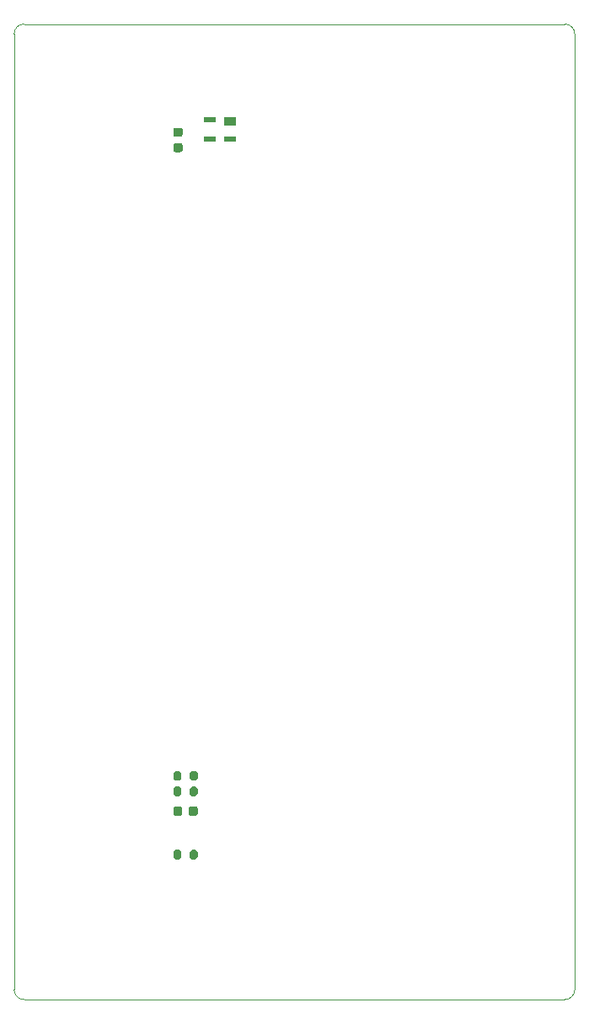
<source format=gbp>
%TF.GenerationSoftware,KiCad,Pcbnew,5.1.10-88a1d61d58~88~ubuntu20.04.1*%
%TF.CreationDate,2021-06-25T13:29:56-05:00*%
%TF.ProjectId,MiOrigin,4d694f72-6967-4696-9e2e-6b696361645f,rev?*%
%TF.SameCoordinates,Original*%
%TF.FileFunction,Paste,Bot*%
%TF.FilePolarity,Positive*%
%FSLAX46Y46*%
G04 Gerber Fmt 4.6, Leading zero omitted, Abs format (unit mm)*
G04 Created by KiCad (PCBNEW 5.1.10-88a1d61d58~88~ubuntu20.04.1) date 2021-06-25 13:29:56*
%MOMM*%
%LPD*%
G01*
G04 APERTURE LIST*
%TA.AperFunction,Profile*%
%ADD10C,0.010000*%
%TD*%
%ADD11R,1.310000X0.550000*%
%ADD12R,1.310000X0.940000*%
G04 APERTURE END LIST*
D10*
X125580000Y-143500000D02*
G75*
G02*
X124580000Y-142500000I0J1000000D01*
G01*
X180920000Y-142500000D02*
G75*
G02*
X179920000Y-143500000I-1000000J0D01*
G01*
X179920000Y-45500000D02*
G75*
G02*
X180920000Y-46500000I0J-1000000D01*
G01*
X124580000Y-46500000D02*
G75*
G02*
X125580000Y-45500000I1000000J0D01*
G01*
X124580000Y-142500000D02*
X124580000Y-46500000D01*
X180920000Y-142500000D02*
X180920000Y-46500000D01*
X179920000Y-143500000D02*
X125580000Y-143500000D01*
X125580000Y-45500000D02*
X179920000Y-45500000D01*
%TO.C,C1*%
G36*
G01*
X141300000Y-56825000D02*
X140800000Y-56825000D01*
G75*
G02*
X140575000Y-56600000I0J225000D01*
G01*
X140575000Y-56150000D01*
G75*
G02*
X140800000Y-55925000I225000J0D01*
G01*
X141300000Y-55925000D01*
G75*
G02*
X141525000Y-56150000I0J-225000D01*
G01*
X141525000Y-56600000D01*
G75*
G02*
X141300000Y-56825000I-225000J0D01*
G01*
G37*
G36*
G01*
X141300000Y-58375000D02*
X140800000Y-58375000D01*
G75*
G02*
X140575000Y-58150000I0J225000D01*
G01*
X140575000Y-57700000D01*
G75*
G02*
X140800000Y-57475000I225000J0D01*
G01*
X141300000Y-57475000D01*
G75*
G02*
X141525000Y-57700000I0J-225000D01*
G01*
X141525000Y-58150000D01*
G75*
G02*
X141300000Y-58375000I-225000J0D01*
G01*
G37*
%TD*%
D11*
%TO.C,D1*%
X144250000Y-57020000D03*
X146250000Y-57020000D03*
D12*
X146250000Y-55300000D03*
D11*
X144250000Y-55100000D03*
%TD*%
%TO.C,R6*%
G36*
G01*
X141385600Y-122317200D02*
X141385600Y-122867200D01*
G75*
G02*
X141185600Y-123067200I-200000J0D01*
G01*
X140785600Y-123067200D01*
G75*
G02*
X140585600Y-122867200I0J200000D01*
G01*
X140585600Y-122317200D01*
G75*
G02*
X140785600Y-122117200I200000J0D01*
G01*
X141185600Y-122117200D01*
G75*
G02*
X141385600Y-122317200I0J-200000D01*
G01*
G37*
G36*
G01*
X143035600Y-122317200D02*
X143035600Y-122867200D01*
G75*
G02*
X142835600Y-123067200I-200000J0D01*
G01*
X142435600Y-123067200D01*
G75*
G02*
X142235600Y-122867200I0J200000D01*
G01*
X142235600Y-122317200D01*
G75*
G02*
X142435600Y-122117200I200000J0D01*
G01*
X142835600Y-122117200D01*
G75*
G02*
X143035600Y-122317200I0J-200000D01*
G01*
G37*
%TD*%
%TO.C,R4*%
G36*
G01*
X141385600Y-120767800D02*
X141385600Y-121317800D01*
G75*
G02*
X141185600Y-121517800I-200000J0D01*
G01*
X140785600Y-121517800D01*
G75*
G02*
X140585600Y-121317800I0J200000D01*
G01*
X140585600Y-120767800D01*
G75*
G02*
X140785600Y-120567800I200000J0D01*
G01*
X141185600Y-120567800D01*
G75*
G02*
X141385600Y-120767800I0J-200000D01*
G01*
G37*
G36*
G01*
X143035600Y-120767800D02*
X143035600Y-121317800D01*
G75*
G02*
X142835600Y-121517800I-200000J0D01*
G01*
X142435600Y-121517800D01*
G75*
G02*
X142235600Y-121317800I0J200000D01*
G01*
X142235600Y-120767800D01*
G75*
G02*
X142435600Y-120567800I200000J0D01*
G01*
X142835600Y-120567800D01*
G75*
G02*
X143035600Y-120767800I0J-200000D01*
G01*
G37*
%TD*%
%TO.C,C6*%
G36*
G01*
X141485400Y-124323400D02*
X141485400Y-124823400D01*
G75*
G02*
X141260400Y-125048400I-225000J0D01*
G01*
X140810400Y-125048400D01*
G75*
G02*
X140585400Y-124823400I0J225000D01*
G01*
X140585400Y-124323400D01*
G75*
G02*
X140810400Y-124098400I225000J0D01*
G01*
X141260400Y-124098400D01*
G75*
G02*
X141485400Y-124323400I0J-225000D01*
G01*
G37*
G36*
G01*
X143035400Y-124323400D02*
X143035400Y-124823400D01*
G75*
G02*
X142810400Y-125048400I-225000J0D01*
G01*
X142360400Y-125048400D01*
G75*
G02*
X142135400Y-124823400I0J225000D01*
G01*
X142135400Y-124323400D01*
G75*
G02*
X142360400Y-124098400I225000J0D01*
G01*
X142810400Y-124098400D01*
G75*
G02*
X143035400Y-124323400I0J-225000D01*
G01*
G37*
%TD*%
%TO.C,R5*%
G36*
G01*
X142235600Y-129217200D02*
X142235600Y-128667200D01*
G75*
G02*
X142435600Y-128467200I200000J0D01*
G01*
X142835600Y-128467200D01*
G75*
G02*
X143035600Y-128667200I0J-200000D01*
G01*
X143035600Y-129217200D01*
G75*
G02*
X142835600Y-129417200I-200000J0D01*
G01*
X142435600Y-129417200D01*
G75*
G02*
X142235600Y-129217200I0J200000D01*
G01*
G37*
G36*
G01*
X140585600Y-129217200D02*
X140585600Y-128667200D01*
G75*
G02*
X140785600Y-128467200I200000J0D01*
G01*
X141185600Y-128467200D01*
G75*
G02*
X141385600Y-128667200I0J-200000D01*
G01*
X141385600Y-129217200D01*
G75*
G02*
X141185600Y-129417200I-200000J0D01*
G01*
X140785600Y-129417200D01*
G75*
G02*
X140585600Y-129217200I0J200000D01*
G01*
G37*
%TD*%
M02*

</source>
